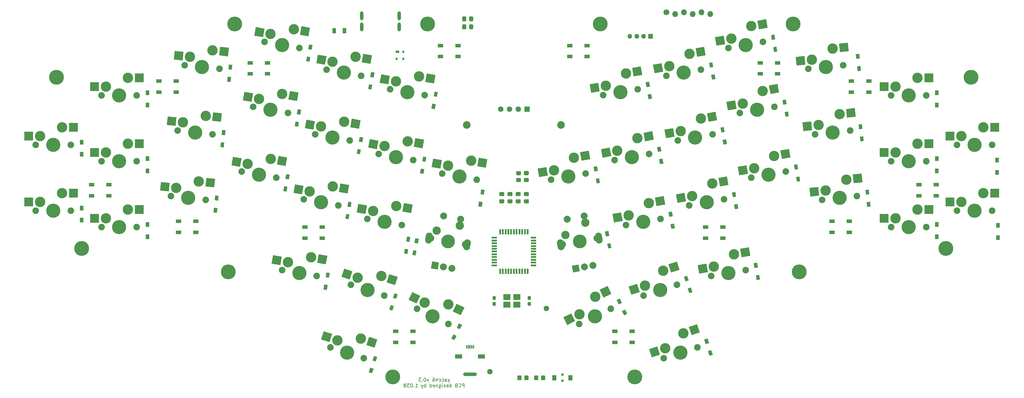
<source format=gbs>
%TF.GenerationSoftware,KiCad,Pcbnew,(5.1.10)-1*%
%TF.CreationDate,2021-05-20T23:11:24+09:00*%
%TF.ProjectId,yacc46,79616363-3436-42e6-9b69-6361645f7063,rev?*%
%TF.SameCoordinates,Original*%
%TF.FileFunction,Soldermask,Bot*%
%TF.FilePolarity,Negative*%
%FSLAX46Y46*%
G04 Gerber Fmt 4.6, Leading zero omitted, Abs format (unit mm)*
G04 Created by KiCad (PCBNEW (5.1.10)-1) date 2021-05-20 23:11:24*
%MOMM*%
%LPD*%
G01*
G04 APERTURE LIST*
%ADD10C,0.150000*%
%ADD11O,1.000000X2.550000*%
%ADD12R,2.000000X1.300000*%
%ADD13R,0.300000X1.100000*%
%ADD14C,1.600000*%
%ADD15R,1.600000X1.600000*%
%ADD16C,0.100000*%
%ADD17C,4.100000*%
%ADD18C,1.900000*%
%ADD19C,3.000000*%
%ADD20C,0.600000*%
%ADD21O,4.000000X1.000000*%
%ADD22R,0.600000X0.700000*%
%ADD23R,1.000000X0.700000*%
%ADD24R,1.000000X1.400000*%
%ADD25R,1.000000X1.600000*%
%ADD26C,4.300000*%
%ADD27C,2.200000*%
%ADD28O,1.700000X1.700000*%
%ADD29C,1.700000*%
%ADD30R,1.350000X1.350000*%
%ADD31O,1.350000X1.350000*%
%ADD32R,1.600000X1.000000*%
%ADD33R,2.550000X2.500000*%
%ADD34C,2.400000*%
%ADD35C,3.987800*%
%ADD36C,2.000000*%
%ADD37R,1.250000X1.600000*%
%ADD38C,0.750000*%
%ADD39R,1.500000X0.550000*%
%ADD40R,0.550000X1.500000*%
%ADD41R,2.100000X1.800000*%
G04 APERTURE END LIST*
D10*
X148402380Y-133610714D02*
X148164285Y-134277380D01*
X147926190Y-133610714D02*
X148164285Y-134277380D01*
X148259523Y-134515476D01*
X148307142Y-134563095D01*
X148402380Y-134610714D01*
X147116666Y-134277380D02*
X147116666Y-133753571D01*
X147164285Y-133658333D01*
X147259523Y-133610714D01*
X147450000Y-133610714D01*
X147545238Y-133658333D01*
X147116666Y-134229761D02*
X147211904Y-134277380D01*
X147450000Y-134277380D01*
X147545238Y-134229761D01*
X147592857Y-134134523D01*
X147592857Y-134039285D01*
X147545238Y-133944047D01*
X147450000Y-133896428D01*
X147211904Y-133896428D01*
X147116666Y-133848809D01*
X146211904Y-134229761D02*
X146307142Y-134277380D01*
X146497619Y-134277380D01*
X146592857Y-134229761D01*
X146640476Y-134182142D01*
X146688095Y-134086904D01*
X146688095Y-133801190D01*
X146640476Y-133705952D01*
X146592857Y-133658333D01*
X146497619Y-133610714D01*
X146307142Y-133610714D01*
X146211904Y-133658333D01*
X145354761Y-134229761D02*
X145450000Y-134277380D01*
X145640476Y-134277380D01*
X145735714Y-134229761D01*
X145783333Y-134182142D01*
X145830952Y-134086904D01*
X145830952Y-133801190D01*
X145783333Y-133705952D01*
X145735714Y-133658333D01*
X145640476Y-133610714D01*
X145450000Y-133610714D01*
X145354761Y-133658333D01*
X144497619Y-133610714D02*
X144497619Y-134277380D01*
X144735714Y-133229761D02*
X144973809Y-133944047D01*
X144354761Y-133944047D01*
X143545238Y-133277380D02*
X143735714Y-133277380D01*
X143830952Y-133325000D01*
X143878571Y-133372619D01*
X143973809Y-133515476D01*
X144021428Y-133705952D01*
X144021428Y-134086904D01*
X143973809Y-134182142D01*
X143926190Y-134229761D01*
X143830952Y-134277380D01*
X143640476Y-134277380D01*
X143545238Y-134229761D01*
X143497619Y-134182142D01*
X143450000Y-134086904D01*
X143450000Y-133848809D01*
X143497619Y-133753571D01*
X143545238Y-133705952D01*
X143640476Y-133658333D01*
X143830952Y-133658333D01*
X143926190Y-133705952D01*
X143973809Y-133753571D01*
X144021428Y-133848809D01*
X142354761Y-133610714D02*
X142116666Y-134277380D01*
X141878571Y-133610714D01*
X141307142Y-133277380D02*
X141211904Y-133277380D01*
X141116666Y-133325000D01*
X141069047Y-133372619D01*
X141021428Y-133467857D01*
X140973809Y-133658333D01*
X140973809Y-133896428D01*
X141021428Y-134086904D01*
X141069047Y-134182142D01*
X141116666Y-134229761D01*
X141211904Y-134277380D01*
X141307142Y-134277380D01*
X141402380Y-134229761D01*
X141450000Y-134182142D01*
X141497619Y-134086904D01*
X141545238Y-133896428D01*
X141545238Y-133658333D01*
X141497619Y-133467857D01*
X141450000Y-133372619D01*
X141402380Y-133325000D01*
X141307142Y-133277380D01*
X140545238Y-134182142D02*
X140497619Y-134229761D01*
X140545238Y-134277380D01*
X140592857Y-134229761D01*
X140545238Y-134182142D01*
X140545238Y-134277380D01*
X140164285Y-133277380D02*
X139545238Y-133277380D01*
X139878571Y-133658333D01*
X139735714Y-133658333D01*
X139640476Y-133705952D01*
X139592857Y-133753571D01*
X139545238Y-133848809D01*
X139545238Y-134086904D01*
X139592857Y-134182142D01*
X139640476Y-134229761D01*
X139735714Y-134277380D01*
X140021428Y-134277380D01*
X140116666Y-134229761D01*
X140164285Y-134182142D01*
X152640476Y-135927380D02*
X152640476Y-134927380D01*
X152259523Y-134927380D01*
X152164285Y-134975000D01*
X152116666Y-135022619D01*
X152069047Y-135117857D01*
X152069047Y-135260714D01*
X152116666Y-135355952D01*
X152164285Y-135403571D01*
X152259523Y-135451190D01*
X152640476Y-135451190D01*
X151069047Y-135832142D02*
X151116666Y-135879761D01*
X151259523Y-135927380D01*
X151354761Y-135927380D01*
X151497619Y-135879761D01*
X151592857Y-135784523D01*
X151640476Y-135689285D01*
X151688095Y-135498809D01*
X151688095Y-135355952D01*
X151640476Y-135165476D01*
X151592857Y-135070238D01*
X151497619Y-134975000D01*
X151354761Y-134927380D01*
X151259523Y-134927380D01*
X151116666Y-134975000D01*
X151069047Y-135022619D01*
X150307142Y-135403571D02*
X150164285Y-135451190D01*
X150116666Y-135498809D01*
X150069047Y-135594047D01*
X150069047Y-135736904D01*
X150116666Y-135832142D01*
X150164285Y-135879761D01*
X150259523Y-135927380D01*
X150640476Y-135927380D01*
X150640476Y-134927380D01*
X150307142Y-134927380D01*
X150211904Y-134975000D01*
X150164285Y-135022619D01*
X150116666Y-135117857D01*
X150116666Y-135213095D01*
X150164285Y-135308333D01*
X150211904Y-135355952D01*
X150307142Y-135403571D01*
X150640476Y-135403571D01*
X148450000Y-135927380D02*
X148450000Y-134927380D01*
X148450000Y-135879761D02*
X148545238Y-135927380D01*
X148735714Y-135927380D01*
X148830952Y-135879761D01*
X148878571Y-135832142D01*
X148926190Y-135736904D01*
X148926190Y-135451190D01*
X148878571Y-135355952D01*
X148830952Y-135308333D01*
X148735714Y-135260714D01*
X148545238Y-135260714D01*
X148450000Y-135308333D01*
X147592857Y-135879761D02*
X147688095Y-135927380D01*
X147878571Y-135927380D01*
X147973809Y-135879761D01*
X148021428Y-135784523D01*
X148021428Y-135403571D01*
X147973809Y-135308333D01*
X147878571Y-135260714D01*
X147688095Y-135260714D01*
X147592857Y-135308333D01*
X147545238Y-135403571D01*
X147545238Y-135498809D01*
X148021428Y-135594047D01*
X147164285Y-135879761D02*
X147069047Y-135927380D01*
X146878571Y-135927380D01*
X146783333Y-135879761D01*
X146735714Y-135784523D01*
X146735714Y-135736904D01*
X146783333Y-135641666D01*
X146878571Y-135594047D01*
X147021428Y-135594047D01*
X147116666Y-135546428D01*
X147164285Y-135451190D01*
X147164285Y-135403571D01*
X147116666Y-135308333D01*
X147021428Y-135260714D01*
X146878571Y-135260714D01*
X146783333Y-135308333D01*
X146307142Y-135927380D02*
X146307142Y-135260714D01*
X146307142Y-134927380D02*
X146354761Y-134975000D01*
X146307142Y-135022619D01*
X146259523Y-134975000D01*
X146307142Y-134927380D01*
X146307142Y-135022619D01*
X145402380Y-135260714D02*
X145402380Y-136070238D01*
X145450000Y-136165476D01*
X145497619Y-136213095D01*
X145592857Y-136260714D01*
X145735714Y-136260714D01*
X145830952Y-136213095D01*
X145402380Y-135879761D02*
X145497619Y-135927380D01*
X145688095Y-135927380D01*
X145783333Y-135879761D01*
X145830952Y-135832142D01*
X145878571Y-135736904D01*
X145878571Y-135451190D01*
X145830952Y-135355952D01*
X145783333Y-135308333D01*
X145688095Y-135260714D01*
X145497619Y-135260714D01*
X145402380Y-135308333D01*
X144926190Y-135260714D02*
X144926190Y-135927380D01*
X144926190Y-135355952D02*
X144878571Y-135308333D01*
X144783333Y-135260714D01*
X144640476Y-135260714D01*
X144545238Y-135308333D01*
X144497619Y-135403571D01*
X144497619Y-135927380D01*
X143640476Y-135879761D02*
X143735714Y-135927380D01*
X143926190Y-135927380D01*
X144021428Y-135879761D01*
X144069047Y-135784523D01*
X144069047Y-135403571D01*
X144021428Y-135308333D01*
X143926190Y-135260714D01*
X143735714Y-135260714D01*
X143640476Y-135308333D01*
X143592857Y-135403571D01*
X143592857Y-135498809D01*
X144069047Y-135594047D01*
X142735714Y-135927380D02*
X142735714Y-134927380D01*
X142735714Y-135879761D02*
X142830952Y-135927380D01*
X143021428Y-135927380D01*
X143116666Y-135879761D01*
X143164285Y-135832142D01*
X143211904Y-135736904D01*
X143211904Y-135451190D01*
X143164285Y-135355952D01*
X143116666Y-135308333D01*
X143021428Y-135260714D01*
X142830952Y-135260714D01*
X142735714Y-135308333D01*
X141497619Y-135927380D02*
X141497619Y-134927380D01*
X141497619Y-135308333D02*
X141402380Y-135260714D01*
X141211904Y-135260714D01*
X141116666Y-135308333D01*
X141069047Y-135355952D01*
X141021428Y-135451190D01*
X141021428Y-135736904D01*
X141069047Y-135832142D01*
X141116666Y-135879761D01*
X141211904Y-135927380D01*
X141402380Y-135927380D01*
X141497619Y-135879761D01*
X140688095Y-135260714D02*
X140450000Y-135927380D01*
X140211904Y-135260714D02*
X140450000Y-135927380D01*
X140545238Y-136165476D01*
X140592857Y-136213095D01*
X140688095Y-136260714D01*
X138545238Y-135927380D02*
X139116666Y-135927380D01*
X138830952Y-135927380D02*
X138830952Y-134927380D01*
X138926190Y-135070238D01*
X139021428Y-135165476D01*
X139116666Y-135213095D01*
X138116666Y-135832142D02*
X138069047Y-135879761D01*
X138116666Y-135927380D01*
X138164285Y-135879761D01*
X138116666Y-135832142D01*
X138116666Y-135927380D01*
X137450000Y-134927380D02*
X137354761Y-134927380D01*
X137259523Y-134975000D01*
X137211904Y-135022619D01*
X137164285Y-135117857D01*
X137116666Y-135308333D01*
X137116666Y-135546428D01*
X137164285Y-135736904D01*
X137211904Y-135832142D01*
X137259523Y-135879761D01*
X137354761Y-135927380D01*
X137450000Y-135927380D01*
X137545238Y-135879761D01*
X137592857Y-135832142D01*
X137640476Y-135736904D01*
X137688095Y-135546428D01*
X137688095Y-135308333D01*
X137640476Y-135117857D01*
X137592857Y-135022619D01*
X137545238Y-134975000D01*
X137450000Y-134927380D01*
X136783333Y-134927380D02*
X136164285Y-134927380D01*
X136497619Y-135308333D01*
X136354761Y-135308333D01*
X136259523Y-135355952D01*
X136211904Y-135403571D01*
X136164285Y-135498809D01*
X136164285Y-135736904D01*
X136211904Y-135832142D01*
X136259523Y-135879761D01*
X136354761Y-135927380D01*
X136640476Y-135927380D01*
X136735714Y-135879761D01*
X136783333Y-135832142D01*
X135592857Y-135355952D02*
X135688095Y-135308333D01*
X135735714Y-135260714D01*
X135783333Y-135165476D01*
X135783333Y-135117857D01*
X135735714Y-135022619D01*
X135688095Y-134975000D01*
X135592857Y-134927380D01*
X135402380Y-134927380D01*
X135307142Y-134975000D01*
X135259523Y-135022619D01*
X135211904Y-135117857D01*
X135211904Y-135165476D01*
X135259523Y-135260714D01*
X135307142Y-135308333D01*
X135402380Y-135355952D01*
X135592857Y-135355952D01*
X135688095Y-135403571D01*
X135735714Y-135451190D01*
X135783333Y-135546428D01*
X135783333Y-135736904D01*
X135735714Y-135832142D01*
X135688095Y-135879761D01*
X135592857Y-135927380D01*
X135402380Y-135927380D01*
X135307142Y-135879761D01*
X135259523Y-135832142D01*
X135211904Y-135736904D01*
X135211904Y-135546428D01*
X135259523Y-135451190D01*
X135307142Y-135403571D01*
X135402380Y-135355952D01*
D11*
%TO.C,J1*%
X123000000Y-31730000D03*
X133800000Y-31730000D03*
X123000000Y-28500000D03*
X133800000Y-28500000D03*
%TD*%
D12*
%TO.C,J3*%
X151050000Y-127050000D03*
X157650000Y-127050000D03*
D13*
X153350000Y-124300000D03*
X153850000Y-124300000D03*
X154350000Y-124300000D03*
X154850000Y-124300000D03*
X155350000Y-124300000D03*
%TD*%
D14*
%TO.C,ST1*%
X160100000Y-131500000D03*
X176400000Y-113200000D03*
%TD*%
%TO.C,J2*%
X163190000Y-55530000D03*
X165730000Y-55530000D03*
X168270000Y-55530000D03*
D15*
X170810000Y-55530000D03*
%TD*%
D16*
%TO.C,SW29*%
G36*
X176383811Y-72287325D02*
G01*
X176817931Y-74749344D01*
X174306671Y-75192147D01*
X173872551Y-72730128D01*
X176383811Y-72287325D01*
G37*
D17*
X182763670Y-75010850D03*
D18*
X187766493Y-74128717D03*
X177760847Y-75892983D03*
D16*
G36*
X188673354Y-67541163D02*
G01*
X189107474Y-70003182D01*
X186596214Y-70445985D01*
X186162094Y-67983966D01*
X188673354Y-67541163D01*
G37*
D19*
X178570486Y-73171038D03*
X184382949Y-69566960D03*
D20*
X187634784Y-68993574D03*
X175345241Y-73739736D03*
%TD*%
D21*
%TO.C,HOLE_ST*%
X154300000Y-132200000D03*
%TD*%
D22*
%TO.C,D47*%
X134975600Y-40912800D03*
X133075600Y-40912800D03*
X134975600Y-38912800D03*
D23*
X133275600Y-38912800D03*
%TD*%
%TO.C,C5*%
G36*
G01*
X161077900Y-111330800D02*
X161552900Y-111330800D01*
G75*
G02*
X161790400Y-111568300I0J-237500D01*
G01*
X161790400Y-112168300D01*
G75*
G02*
X161552900Y-112405800I-237500J0D01*
G01*
X161077900Y-112405800D01*
G75*
G02*
X160840400Y-112168300I0J237500D01*
G01*
X160840400Y-111568300D01*
G75*
G02*
X161077900Y-111330800I237500J0D01*
G01*
G37*
G36*
G01*
X161077900Y-109605800D02*
X161552900Y-109605800D01*
G75*
G02*
X161790400Y-109843300I0J-237500D01*
G01*
X161790400Y-110443300D01*
G75*
G02*
X161552900Y-110680800I-237500J0D01*
G01*
X161077900Y-110680800D01*
G75*
G02*
X160840400Y-110443300I0J237500D01*
G01*
X160840400Y-109843300D01*
G75*
G02*
X161077900Y-109605800I237500J0D01*
G01*
G37*
%TD*%
%TO.C,C1*%
G36*
G01*
X163028700Y-81577600D02*
X163978700Y-81577600D01*
G75*
G02*
X164228700Y-81827600I0J-250000D01*
G01*
X164228700Y-82502600D01*
G75*
G02*
X163978700Y-82752600I-250000J0D01*
G01*
X163028700Y-82752600D01*
G75*
G02*
X162778700Y-82502600I0J250000D01*
G01*
X162778700Y-81827600D01*
G75*
G02*
X163028700Y-81577600I250000J0D01*
G01*
G37*
G36*
G01*
X163028700Y-79502600D02*
X163978700Y-79502600D01*
G75*
G02*
X164228700Y-79752600I0J-250000D01*
G01*
X164228700Y-80427600D01*
G75*
G02*
X163978700Y-80677600I-250000J0D01*
G01*
X163028700Y-80677600D01*
G75*
G02*
X162778700Y-80427600I0J250000D01*
G01*
X162778700Y-79752600D01*
G75*
G02*
X163028700Y-79502600I250000J0D01*
G01*
G37*
%TD*%
%TO.C,C2*%
G36*
G01*
X165406533Y-79502600D02*
X166356533Y-79502600D01*
G75*
G02*
X166606533Y-79752600I0J-250000D01*
G01*
X166606533Y-80427600D01*
G75*
G02*
X166356533Y-80677600I-250000J0D01*
G01*
X165406533Y-80677600D01*
G75*
G02*
X165156533Y-80427600I0J250000D01*
G01*
X165156533Y-79752600D01*
G75*
G02*
X165406533Y-79502600I250000J0D01*
G01*
G37*
G36*
G01*
X165406533Y-81577600D02*
X166356533Y-81577600D01*
G75*
G02*
X166606533Y-81827600I0J-250000D01*
G01*
X166606533Y-82502600D01*
G75*
G02*
X166356533Y-82752600I-250000J0D01*
G01*
X165406533Y-82752600D01*
G75*
G02*
X165156533Y-82502600I0J250000D01*
G01*
X165156533Y-81827600D01*
G75*
G02*
X165406533Y-81577600I250000J0D01*
G01*
G37*
%TD*%
%TO.C,C3*%
G36*
G01*
X168734366Y-82752600D02*
X167784366Y-82752600D01*
G75*
G02*
X167534366Y-82502600I0J250000D01*
G01*
X167534366Y-81827600D01*
G75*
G02*
X167784366Y-81577600I250000J0D01*
G01*
X168734366Y-81577600D01*
G75*
G02*
X168984366Y-81827600I0J-250000D01*
G01*
X168984366Y-82502600D01*
G75*
G02*
X168734366Y-82752600I-250000J0D01*
G01*
G37*
G36*
G01*
X168734366Y-80677600D02*
X167784366Y-80677600D01*
G75*
G02*
X167534366Y-80427600I0J250000D01*
G01*
X167534366Y-79752600D01*
G75*
G02*
X167784366Y-79502600I250000J0D01*
G01*
X168734366Y-79502600D01*
G75*
G02*
X168984366Y-79752600I0J-250000D01*
G01*
X168984366Y-80427600D01*
G75*
G02*
X168734366Y-80677600I-250000J0D01*
G01*
G37*
%TD*%
%TO.C,C4*%
G36*
G01*
X171112200Y-80677600D02*
X170162200Y-80677600D01*
G75*
G02*
X169912200Y-80427600I0J250000D01*
G01*
X169912200Y-79752600D01*
G75*
G02*
X170162200Y-79502600I250000J0D01*
G01*
X171112200Y-79502600D01*
G75*
G02*
X171362200Y-79752600I0J-250000D01*
G01*
X171362200Y-80427600D01*
G75*
G02*
X171112200Y-80677600I-250000J0D01*
G01*
G37*
G36*
G01*
X171112200Y-82752600D02*
X170162200Y-82752600D01*
G75*
G02*
X169912200Y-82502600I0J250000D01*
G01*
X169912200Y-81827600D01*
G75*
G02*
X170162200Y-81577600I250000J0D01*
G01*
X171112200Y-81577600D01*
G75*
G02*
X171362200Y-81827600I0J-250000D01*
G01*
X171362200Y-82502600D01*
G75*
G02*
X171112200Y-82752600I-250000J0D01*
G01*
G37*
%TD*%
%TO.C,C6*%
G36*
G01*
X171712900Y-112405800D02*
X171237900Y-112405800D01*
G75*
G02*
X171000400Y-112168300I0J237500D01*
G01*
X171000400Y-111568300D01*
G75*
G02*
X171237900Y-111330800I237500J0D01*
G01*
X171712900Y-111330800D01*
G75*
G02*
X171950400Y-111568300I0J-237500D01*
G01*
X171950400Y-112168300D01*
G75*
G02*
X171712900Y-112405800I-237500J0D01*
G01*
G37*
G36*
G01*
X171712900Y-110680800D02*
X171237900Y-110680800D01*
G75*
G02*
X171000400Y-110443300I0J237500D01*
G01*
X171000400Y-109843300D01*
G75*
G02*
X171237900Y-109605800I237500J0D01*
G01*
X171712900Y-109605800D01*
G75*
G02*
X171950400Y-109843300I0J-237500D01*
G01*
X171950400Y-110443300D01*
G75*
G02*
X171712900Y-110680800I-237500J0D01*
G01*
G37*
%TD*%
D24*
%TO.C,D1*%
X60991499Y-54302500D03*
X60991499Y-50752500D03*
%TD*%
D16*
%TO.C,D2*%
G36*
X85061604Y-47623761D02*
G01*
X84067082Y-47519232D01*
X84213422Y-46126901D01*
X85207944Y-46231430D01*
X85061604Y-47623761D01*
G37*
G36*
X85432680Y-44093209D02*
G01*
X84438158Y-43988680D01*
X84584498Y-42596349D01*
X85579020Y-42700878D01*
X85432680Y-44093209D01*
G37*
%TD*%
%TO.C,D3*%
G36*
X107880840Y-41830667D02*
G01*
X106896032Y-41657018D01*
X107139140Y-40278287D01*
X108123948Y-40451936D01*
X107880840Y-41830667D01*
G37*
G36*
X108497292Y-38334599D02*
G01*
X107512484Y-38160950D01*
X107755592Y-36782219D01*
X108740400Y-36955868D01*
X108497292Y-38334599D01*
G37*
%TD*%
%TO.C,D4*%
G36*
X126430880Y-46332744D02*
G01*
X125446072Y-46159095D01*
X125689180Y-44780364D01*
X126673988Y-44954013D01*
X126430880Y-46332744D01*
G37*
G36*
X125814428Y-49828812D02*
G01*
X124829620Y-49655163D01*
X125072728Y-48276432D01*
X126057536Y-48450081D01*
X125814428Y-49828812D01*
G37*
%TD*%
%TO.C,D5*%
G36*
X144777968Y-51985815D02*
G01*
X143793160Y-51812166D01*
X144036268Y-50433435D01*
X145021076Y-50607084D01*
X144777968Y-51985815D01*
G37*
G36*
X144161516Y-55481883D02*
G01*
X143176708Y-55308234D01*
X143419816Y-53929503D01*
X144404624Y-54103152D01*
X144161516Y-55481883D01*
G37*
%TD*%
D24*
%TO.C,D6*%
X41941500Y-68590000D03*
X41941500Y-65040000D03*
%TD*%
%TO.C,D7*%
X60991499Y-73352500D03*
X60991499Y-69802500D03*
%TD*%
D16*
%TO.C,D8*%
G36*
X83441412Y-63038851D02*
G01*
X82446890Y-62934322D01*
X82593230Y-61541991D01*
X83587752Y-61646520D01*
X83441412Y-63038851D01*
G37*
G36*
X83070336Y-66569403D02*
G01*
X82075814Y-66464874D01*
X82222154Y-65072543D01*
X83216676Y-65177072D01*
X83070336Y-66569403D01*
G37*
%TD*%
%TO.C,D9*%
G36*
X104572842Y-60591255D02*
G01*
X103588034Y-60417606D01*
X103831142Y-59038875D01*
X104815950Y-59212524D01*
X104572842Y-60591255D01*
G37*
G36*
X105189294Y-57095187D02*
G01*
X104204486Y-56921538D01*
X104447594Y-55542807D01*
X105432402Y-55716456D01*
X105189294Y-57095187D01*
G37*
%TD*%
%TO.C,D10*%
G36*
X123122882Y-65093332D02*
G01*
X122138074Y-64919683D01*
X122381182Y-63540952D01*
X123365990Y-63714601D01*
X123122882Y-65093332D01*
G37*
G36*
X122506430Y-68589400D02*
G01*
X121521622Y-68415751D01*
X121764730Y-67037020D01*
X122749538Y-67210669D01*
X122506430Y-68589400D01*
G37*
%TD*%
%TO.C,D11*%
G36*
X141469970Y-70746403D02*
G01*
X140485162Y-70572754D01*
X140728270Y-69194023D01*
X141713078Y-69367672D01*
X141469970Y-70746403D01*
G37*
G36*
X140853518Y-74242471D02*
G01*
X139868710Y-74068822D01*
X140111818Y-72690091D01*
X141096626Y-72863740D01*
X140853518Y-74242471D01*
G37*
%TD*%
%TO.C,D12*%
G36*
X157691598Y-83774258D02*
G01*
X156706790Y-83600609D01*
X156949898Y-82221878D01*
X157934706Y-82395527D01*
X157691598Y-83774258D01*
G37*
G36*
X158308050Y-80278190D02*
G01*
X157323242Y-80104541D01*
X157566350Y-78725810D01*
X158551158Y-78899459D01*
X158308050Y-80278190D01*
G37*
%TD*%
D24*
%TO.C,D13*%
X41941500Y-87640000D03*
X41941500Y-84090000D03*
%TD*%
%TO.C,D14*%
X60991499Y-88852500D03*
X60991499Y-92402500D03*
%TD*%
D16*
%TO.C,D15*%
G36*
X81079069Y-85515045D02*
G01*
X80084547Y-85410516D01*
X80230887Y-84018185D01*
X81225409Y-84122714D01*
X81079069Y-85515045D01*
G37*
G36*
X81450145Y-81984493D02*
G01*
X80455623Y-81879964D01*
X80601963Y-80487633D01*
X81596485Y-80592162D01*
X81450145Y-81984493D01*
G37*
%TD*%
%TO.C,D16*%
G36*
X101881296Y-75855775D02*
G01*
X100896488Y-75682126D01*
X101139596Y-74303395D01*
X102124404Y-74477044D01*
X101881296Y-75855775D01*
G37*
G36*
X101264844Y-79351843D02*
G01*
X100280036Y-79178194D01*
X100523144Y-77799463D01*
X101507952Y-77973112D01*
X101264844Y-79351843D01*
G37*
%TD*%
%TO.C,D17*%
G36*
X119198432Y-87349987D02*
G01*
X118213624Y-87176338D01*
X118456732Y-85797607D01*
X119441540Y-85971256D01*
X119198432Y-87349987D01*
G37*
G36*
X119814884Y-83853919D02*
G01*
X118830076Y-83680270D01*
X119073184Y-82301539D01*
X120057992Y-82475188D01*
X119814884Y-83853919D01*
G37*
%TD*%
%TO.C,D18*%
G36*
X136820850Y-93926190D02*
G01*
X135836042Y-93752541D01*
X136079150Y-92373810D01*
X137063958Y-92547459D01*
X136820850Y-93926190D01*
G37*
G36*
X136204398Y-97422258D02*
G01*
X135219590Y-97248609D01*
X135462698Y-95869878D01*
X136447506Y-96043527D01*
X136204398Y-97422258D01*
G37*
%TD*%
%TO.C,D19*%
G36*
X138604398Y-97872258D02*
G01*
X137619590Y-97698609D01*
X137862698Y-96319878D01*
X138847506Y-96493527D01*
X138604398Y-97872258D01*
G37*
G36*
X139220850Y-94376190D02*
G01*
X138236042Y-94202541D01*
X138479150Y-92823810D01*
X139463958Y-92997459D01*
X139220850Y-94376190D01*
G37*
%TD*%
%TO.C,D20*%
G36*
X113514611Y-104316620D02*
G01*
X112529803Y-104142971D01*
X112772911Y-102764240D01*
X113757719Y-102937889D01*
X113514611Y-104316620D01*
G37*
G36*
X112898159Y-107812688D02*
G01*
X111913351Y-107639039D01*
X112156459Y-106260308D01*
X113141267Y-106433957D01*
X112898159Y-107812688D01*
G37*
%TD*%
%TO.C,D21*%
G36*
X131869329Y-113792429D02*
G01*
X130918273Y-113483412D01*
X131350897Y-112151933D01*
X132301953Y-112460950D01*
X131869329Y-113792429D01*
G37*
G36*
X132966339Y-110416179D02*
G01*
X132015283Y-110107162D01*
X132447907Y-108775683D01*
X133398963Y-109084700D01*
X132966339Y-110416179D01*
G37*
%TD*%
%TO.C,D22*%
G36*
X151379871Y-119163534D02*
G01*
X150481077Y-118725163D01*
X151094797Y-117466852D01*
X151993591Y-117905223D01*
X151379871Y-119163534D01*
G37*
G36*
X149823653Y-122354252D02*
G01*
X148924859Y-121915881D01*
X149538579Y-120657570D01*
X150437373Y-121095941D01*
X149823653Y-122354252D01*
G37*
%TD*%
%TO.C,D23*%
G36*
X125982555Y-131910055D02*
G01*
X125031499Y-131601038D01*
X125464123Y-130269559D01*
X126415179Y-130578576D01*
X125982555Y-131910055D01*
G37*
G36*
X127079565Y-128533805D02*
G01*
X126128509Y-128224788D01*
X126561133Y-126893309D01*
X127512189Y-127202326D01*
X127079565Y-128533805D01*
G37*
%TD*%
%TO.C,D24*%
G36*
X206957396Y-52463356D02*
G01*
X205972588Y-52637005D01*
X205729480Y-51258274D01*
X206714288Y-51084625D01*
X206957396Y-52463356D01*
G37*
G36*
X206340944Y-48967288D02*
G01*
X205356136Y-49140937D01*
X205113028Y-47762206D01*
X206097836Y-47588557D01*
X206340944Y-48967288D01*
G37*
%TD*%
%TO.C,D25*%
G36*
X224688032Y-43314217D02*
G01*
X223703224Y-43487866D01*
X223460116Y-42109135D01*
X224444924Y-41935486D01*
X224688032Y-43314217D01*
G37*
G36*
X225304484Y-46810285D02*
G01*
X224319676Y-46983934D01*
X224076568Y-45605203D01*
X225061376Y-45431554D01*
X225304484Y-46810285D01*
G37*
%TD*%
%TO.C,D26*%
G36*
X243238072Y-38812140D02*
G01*
X242253264Y-38985789D01*
X242010156Y-37607058D01*
X242994964Y-37433409D01*
X243238072Y-38812140D01*
G37*
G36*
X242621620Y-35316072D02*
G01*
X241636812Y-35489721D01*
X241393704Y-34110990D01*
X242378512Y-33937341D01*
X242621620Y-35316072D01*
G37*
%TD*%
%TO.C,D27*%
G36*
X267067231Y-40877501D02*
G01*
X266072709Y-40982030D01*
X265926369Y-39589699D01*
X266920891Y-39485170D01*
X267067231Y-40877501D01*
G37*
G36*
X267438307Y-44408053D02*
G01*
X266443785Y-44512582D01*
X266297445Y-43120251D01*
X267291967Y-43015722D01*
X267438307Y-44408053D01*
G37*
%TD*%
D24*
%TO.C,D28*%
X289391500Y-54302500D03*
X289391500Y-50752500D03*
%TD*%
D16*
%TO.C,D29*%
G36*
X191301854Y-73380947D02*
G01*
X190317046Y-73554596D01*
X190073938Y-72175865D01*
X191058746Y-72002216D01*
X191301854Y-73380947D01*
G37*
G36*
X191918306Y-76877015D02*
G01*
X190933498Y-77050664D01*
X190690390Y-75671933D01*
X191675198Y-75498284D01*
X191918306Y-76877015D01*
G37*
%TD*%
%TO.C,D30*%
G36*
X210265394Y-71223944D02*
G01*
X209280586Y-71397593D01*
X209037478Y-70018862D01*
X210022286Y-69845213D01*
X210265394Y-71223944D01*
G37*
G36*
X209648942Y-67727876D02*
G01*
X208664134Y-67901525D01*
X208421026Y-66522794D01*
X209405834Y-66349145D01*
X209648942Y-67727876D01*
G37*
%TD*%
%TO.C,D31*%
G36*
X227996030Y-62074805D02*
G01*
X227011222Y-62248454D01*
X226768114Y-60869723D01*
X227752922Y-60696074D01*
X227996030Y-62074805D01*
G37*
G36*
X228612482Y-65570873D02*
G01*
X227627674Y-65744522D01*
X227384566Y-64365791D01*
X228369374Y-64192142D01*
X228612482Y-65570873D01*
G37*
%TD*%
%TO.C,D32*%
G36*
X246546070Y-57572728D02*
G01*
X245561262Y-57746377D01*
X245318154Y-56367646D01*
X246302962Y-56193997D01*
X246546070Y-57572728D01*
G37*
G36*
X245929618Y-54076660D02*
G01*
X244944810Y-54250309D01*
X244701702Y-52871578D01*
X245686510Y-52697929D01*
X245929618Y-54076660D01*
G37*
%TD*%
%TO.C,D33*%
G36*
X267846361Y-61221832D02*
G01*
X266851839Y-61326361D01*
X266705499Y-59934030D01*
X267700021Y-59829501D01*
X267846361Y-61221832D01*
G37*
G36*
X268217437Y-64752384D02*
G01*
X267222915Y-64856913D01*
X267076575Y-63464582D01*
X268071097Y-63360053D01*
X268217437Y-64752384D01*
G37*
%TD*%
D24*
%TO.C,D34*%
X289391500Y-73352500D03*
X289391500Y-69802500D03*
%TD*%
%TO.C,D35*%
X306832000Y-70262400D03*
X306832000Y-73812400D03*
%TD*%
D16*
%TO.C,D36*%
G36*
X194609852Y-92141535D02*
G01*
X193625044Y-92315184D01*
X193381936Y-90936453D01*
X194366744Y-90762804D01*
X194609852Y-92141535D01*
G37*
G36*
X195226304Y-95637603D02*
G01*
X194241496Y-95811252D01*
X193998388Y-94432521D01*
X194983196Y-94258872D01*
X195226304Y-95637603D01*
G37*
%TD*%
%TO.C,D37*%
G36*
X213573392Y-89984532D02*
G01*
X212588584Y-90158181D01*
X212345476Y-88779450D01*
X213330284Y-88605801D01*
X213573392Y-89984532D01*
G37*
G36*
X212956940Y-86488464D02*
G01*
X211972132Y-86662113D01*
X211729024Y-85283382D01*
X212713832Y-85109733D01*
X212956940Y-86488464D01*
G37*
%TD*%
%TO.C,D38*%
G36*
X231304028Y-80835392D02*
G01*
X230319220Y-81009041D01*
X230076112Y-79630310D01*
X231060920Y-79456661D01*
X231304028Y-80835392D01*
G37*
G36*
X231920480Y-84331460D02*
G01*
X230935672Y-84505109D01*
X230692564Y-83126378D01*
X231677372Y-82952729D01*
X231920480Y-84331460D01*
G37*
%TD*%
%TO.C,D39*%
G36*
X249854068Y-76333316D02*
G01*
X248869260Y-76506965D01*
X248626152Y-75128234D01*
X249610960Y-74954585D01*
X249854068Y-76333316D01*
G37*
G36*
X249237616Y-72837248D02*
G01*
X248252808Y-73010897D01*
X248009700Y-71632166D01*
X248994508Y-71458517D01*
X249237616Y-72837248D01*
G37*
%TD*%
%TO.C,D40*%
G36*
X269837628Y-80167474D02*
G01*
X268843106Y-80272003D01*
X268696766Y-78879672D01*
X269691288Y-78775143D01*
X269837628Y-80167474D01*
G37*
G36*
X270208704Y-83698026D02*
G01*
X269214182Y-83802555D01*
X269067842Y-82410224D01*
X270062364Y-82305695D01*
X270208704Y-83698026D01*
G37*
%TD*%
D24*
%TO.C,D41*%
X289391500Y-92402500D03*
X289391500Y-88852500D03*
%TD*%
%TO.C,D42*%
X307035200Y-89160000D03*
X307035200Y-92710000D03*
%TD*%
D16*
%TO.C,D43*%
G36*
X198243864Y-111543329D02*
G01*
X197345070Y-111981700D01*
X196731350Y-110723389D01*
X197630144Y-110285018D01*
X198243864Y-111543329D01*
G37*
G36*
X199800082Y-114734047D02*
G01*
X198901288Y-115172418D01*
X198287568Y-113914107D01*
X199186362Y-113475736D01*
X199800082Y-114734047D01*
G37*
%TD*%
%TO.C,D44*%
G36*
X218662885Y-108420786D02*
G01*
X217711829Y-108729803D01*
X217279205Y-107398324D01*
X218230261Y-107089307D01*
X218662885Y-108420786D01*
G37*
G36*
X217565875Y-105044536D02*
G01*
X216614819Y-105353553D01*
X216182195Y-104022074D01*
X217133251Y-103713057D01*
X217565875Y-105044536D01*
G37*
%TD*%
%TO.C,D45*%
G36*
X237604301Y-101298093D02*
G01*
X236619493Y-101471742D01*
X236376385Y-100093011D01*
X237361193Y-99919362D01*
X237604301Y-101298093D01*
G37*
G36*
X238220753Y-104794161D02*
G01*
X237235945Y-104967810D01*
X236992837Y-103589079D01*
X237977645Y-103415430D01*
X238220753Y-104794161D01*
G37*
%TD*%
%TO.C,D46*%
G36*
X223452649Y-123162162D02*
G01*
X222501593Y-123471179D01*
X222068969Y-122139700D01*
X223020025Y-121830683D01*
X223452649Y-123162162D01*
G37*
G36*
X224549659Y-126538412D02*
G01*
X223598603Y-126847429D01*
X223165979Y-125515950D01*
X224117035Y-125206933D01*
X224549659Y-126538412D01*
G37*
%TD*%
D25*
%TO.C,F1*%
X115000000Y-32850000D03*
X118000000Y-32850000D03*
%TD*%
D26*
%TO.C,H1*%
X132000000Y-132949999D03*
%TD*%
%TO.C,H2*%
X84400000Y-102550000D03*
%TD*%
%TO.C,H3*%
X42000000Y-95800000D03*
%TD*%
%TO.C,H4*%
X34700000Y-46250000D03*
%TD*%
%TO.C,H5*%
X86250000Y-30850000D03*
%TD*%
%TO.C,H6*%
X142000000Y-30900000D03*
%TD*%
%TO.C,H7*%
X192000000Y-30900000D03*
%TD*%
%TO.C,H8*%
X247750000Y-30850000D03*
%TD*%
%TO.C,H9*%
X299300000Y-46250000D03*
%TD*%
%TO.C,H10*%
X292000000Y-95800000D03*
%TD*%
%TO.C,H11*%
X249600000Y-102550000D03*
%TD*%
%TO.C,H12*%
X202000000Y-132949998D03*
%TD*%
D27*
%TO.C,H13*%
X153400000Y-60100000D03*
%TD*%
%TO.C,H14*%
X180600000Y-60100000D03*
%TD*%
D28*
%TO.C,J4*%
X223824800Y-27965400D03*
X221284800Y-27508200D03*
X218744800Y-27965400D03*
X216204800Y-27508200D03*
X213664800Y-27965400D03*
D29*
X211124800Y-27508200D03*
%TD*%
D30*
%TO.C,J5*%
X206552800Y-34391600D03*
D31*
X204552800Y-34391600D03*
X202552800Y-34391600D03*
X200552800Y-34391600D03*
%TD*%
D32*
%TO.C,LED1*%
X137810000Y-119810000D03*
X137810000Y-123010000D03*
X132810000Y-119810000D03*
X132810000Y-123010000D03*
%TD*%
%TO.C,LED2*%
X106570000Y-92860000D03*
X106570000Y-89660000D03*
X111570000Y-92860000D03*
X111570000Y-89660000D03*
%TD*%
%TO.C,LED3*%
X74970000Y-87940000D03*
X74970000Y-91140000D03*
X69970000Y-87940000D03*
X69970000Y-91140000D03*
%TD*%
%TO.C,LED4*%
X44820000Y-80550000D03*
X44820000Y-77350000D03*
X49820000Y-80550000D03*
X49820000Y-77350000D03*
%TD*%
%TO.C,LED5*%
X69330000Y-47370000D03*
X69330000Y-50570000D03*
X64330000Y-47370000D03*
X64330000Y-50570000D03*
%TD*%
%TO.C,LED6*%
X90700000Y-45300000D03*
X90700000Y-42100000D03*
X95700000Y-45300000D03*
X95700000Y-42100000D03*
%TD*%
%TO.C,LED7*%
X150800000Y-37100000D03*
X150800000Y-40300000D03*
X145800000Y-37100000D03*
X145800000Y-40300000D03*
%TD*%
%TO.C,LED8*%
X183200000Y-40300000D03*
X183200000Y-37100000D03*
X188200000Y-40300000D03*
X188200000Y-37100000D03*
%TD*%
%TO.C,LED9*%
X243300000Y-42100000D03*
X243300000Y-45300000D03*
X238300000Y-42100000D03*
X238300000Y-45300000D03*
%TD*%
%TO.C,LED10*%
X264670000Y-50570000D03*
X264670000Y-47370000D03*
X269670000Y-50570000D03*
X269670000Y-47370000D03*
%TD*%
%TO.C,LED11*%
X284180000Y-80550000D03*
X284180000Y-77350000D03*
X289180000Y-80550000D03*
X289180000Y-77350000D03*
%TD*%
%TO.C,LED12*%
X264029999Y-87940000D03*
X264029999Y-91140000D03*
X259029999Y-87940000D03*
X259029999Y-91140000D03*
%TD*%
%TO.C,LED13*%
X222430000Y-92860000D03*
X222430000Y-89660000D03*
X227430000Y-92860000D03*
X227430000Y-89660000D03*
%TD*%
%TO.C,LED14*%
X201190000Y-119810000D03*
X201190000Y-123010000D03*
X196190000Y-119810000D03*
X196190000Y-123010000D03*
%TD*%
%TO.C,R1*%
G36*
G01*
X152050000Y-29850001D02*
X152050000Y-28949999D01*
G75*
G02*
X152299999Y-28700000I249999J0D01*
G01*
X153000001Y-28700000D01*
G75*
G02*
X153250000Y-28949999I0J-249999D01*
G01*
X153250000Y-29850001D01*
G75*
G02*
X153000001Y-30100000I-249999J0D01*
G01*
X152299999Y-30100000D01*
G75*
G02*
X152050000Y-29850001I0J249999D01*
G01*
G37*
G36*
G01*
X154050000Y-29850001D02*
X154050000Y-28949999D01*
G75*
G02*
X154299999Y-28700000I249999J0D01*
G01*
X155000001Y-28700000D01*
G75*
G02*
X155250000Y-28949999I0J-249999D01*
G01*
X155250000Y-29850001D01*
G75*
G02*
X155000001Y-30100000I-249999J0D01*
G01*
X154299999Y-30100000D01*
G75*
G02*
X154050000Y-29850001I0J249999D01*
G01*
G37*
%TD*%
%TO.C,R2*%
G36*
G01*
X153250000Y-31249999D02*
X153250000Y-32150001D01*
G75*
G02*
X153000001Y-32400000I-249999J0D01*
G01*
X152299999Y-32400000D01*
G75*
G02*
X152050000Y-32150001I0J249999D01*
G01*
X152050000Y-31249999D01*
G75*
G02*
X152299999Y-31000000I249999J0D01*
G01*
X153000001Y-31000000D01*
G75*
G02*
X153250000Y-31249999I0J-249999D01*
G01*
G37*
G36*
G01*
X155250000Y-31249999D02*
X155250000Y-32150001D01*
G75*
G02*
X155000001Y-32400000I-249999J0D01*
G01*
X154299999Y-32400000D01*
G75*
G02*
X154050000Y-32150001I0J249999D01*
G01*
X154050000Y-31249999D01*
G75*
G02*
X154299999Y-31000000I249999J0D01*
G01*
X155000001Y-31000000D01*
G75*
G02*
X155250000Y-31249999I0J-249999D01*
G01*
G37*
%TD*%
%TO.C,R3*%
G36*
G01*
X168801201Y-74631600D02*
X167901199Y-74631600D01*
G75*
G02*
X167651200Y-74381601I0J249999D01*
G01*
X167651200Y-73681599D01*
G75*
G02*
X167901199Y-73431600I249999J0D01*
G01*
X168801201Y-73431600D01*
G75*
G02*
X169051200Y-73681599I0J-249999D01*
G01*
X169051200Y-74381601D01*
G75*
G02*
X168801201Y-74631600I-249999J0D01*
G01*
G37*
G36*
G01*
X168801201Y-76631600D02*
X167901199Y-76631600D01*
G75*
G02*
X167651200Y-76381601I0J249999D01*
G01*
X167651200Y-75681599D01*
G75*
G02*
X167901199Y-75431600I249999J0D01*
G01*
X168801201Y-75431600D01*
G75*
G02*
X169051200Y-75681599I0J-249999D01*
G01*
X169051200Y-76381601D01*
G75*
G02*
X168801201Y-76631600I-249999J0D01*
G01*
G37*
%TD*%
%TO.C,R4*%
G36*
G01*
X171036401Y-76615600D02*
X170136399Y-76615600D01*
G75*
G02*
X169886400Y-76365601I0J249999D01*
G01*
X169886400Y-75665599D01*
G75*
G02*
X170136399Y-75415600I249999J0D01*
G01*
X171036401Y-75415600D01*
G75*
G02*
X171286400Y-75665599I0J-249999D01*
G01*
X171286400Y-76365601D01*
G75*
G02*
X171036401Y-76615600I-249999J0D01*
G01*
G37*
G36*
G01*
X171036401Y-74615600D02*
X170136399Y-74615600D01*
G75*
G02*
X169886400Y-74365601I0J249999D01*
G01*
X169886400Y-73665599D01*
G75*
G02*
X170136399Y-73415600I249999J0D01*
G01*
X171036401Y-73415600D01*
G75*
G02*
X171286400Y-73665599I0J-249999D01*
G01*
X171286400Y-74365601D01*
G75*
G02*
X171036401Y-74615600I-249999J0D01*
G01*
G37*
%TD*%
%TO.C,R5*%
G36*
G01*
X174863200Y-133698401D02*
X174863200Y-132798399D01*
G75*
G02*
X175113199Y-132548400I249999J0D01*
G01*
X175813201Y-132548400D01*
G75*
G02*
X176063200Y-132798399I0J-249999D01*
G01*
X176063200Y-133698401D01*
G75*
G02*
X175813201Y-133948400I-249999J0D01*
G01*
X175113199Y-133948400D01*
G75*
G02*
X174863200Y-133698401I0J249999D01*
G01*
G37*
G36*
G01*
X172863200Y-133698401D02*
X172863200Y-132798399D01*
G75*
G02*
X173113199Y-132548400I249999J0D01*
G01*
X173813201Y-132548400D01*
G75*
G02*
X174063200Y-132798399I0J-249999D01*
G01*
X174063200Y-133698401D01*
G75*
G02*
X173813201Y-133948400I-249999J0D01*
G01*
X173113199Y-133948400D01*
G75*
G02*
X172863200Y-133698401I0J249999D01*
G01*
G37*
%TD*%
%TO.C,R6*%
G36*
G01*
X171221200Y-132798399D02*
X171221200Y-133698401D01*
G75*
G02*
X170971201Y-133948400I-249999J0D01*
G01*
X170271199Y-133948400D01*
G75*
G02*
X170021200Y-133698401I0J249999D01*
G01*
X170021200Y-132798399D01*
G75*
G02*
X170271199Y-132548400I249999J0D01*
G01*
X170971201Y-132548400D01*
G75*
G02*
X171221200Y-132798399I0J-249999D01*
G01*
G37*
G36*
G01*
X169221200Y-132798399D02*
X169221200Y-133698401D01*
G75*
G02*
X168971201Y-133948400I-249999J0D01*
G01*
X168271199Y-133948400D01*
G75*
G02*
X168021200Y-133698401I0J249999D01*
G01*
X168021200Y-132798399D01*
G75*
G02*
X168271199Y-132548400I249999J0D01*
G01*
X168971201Y-132548400D01*
G75*
G02*
X169221200Y-132798399I0J-249999D01*
G01*
G37*
%TD*%
D33*
%TO.C,SW1*%
X45715000Y-49035000D03*
D17*
X52800000Y-51575000D03*
D18*
X57880000Y-51575000D03*
X47720000Y-51575000D03*
D33*
X58642000Y-46495000D03*
D19*
X48990000Y-49035000D03*
X55340000Y-46495000D03*
D20*
X58642000Y-46495000D03*
X45715000Y-49035000D03*
%TD*%
%TO.C,SW2*%
X69995304Y-40039858D03*
X83116991Y-38865012D03*
D19*
X79833079Y-38519859D03*
X73252363Y-40382189D03*
D16*
G36*
X84515667Y-37755133D02*
G01*
X84254346Y-40241438D01*
X81718315Y-39974891D01*
X81979636Y-37488586D01*
X84515667Y-37755133D01*
G37*
D18*
X71723818Y-42775523D03*
X81828160Y-43837533D03*
D17*
X76775989Y-43306528D03*
D16*
G36*
X71393980Y-38929979D02*
G01*
X71132659Y-41416284D01*
X68596628Y-41149737D01*
X68857949Y-38663432D01*
X71393980Y-38929979D01*
G37*
%TD*%
D20*
%TO.C,SW3*%
X93380267Y-33214266D03*
X106551944Y-32957604D03*
D19*
X103300108Y-32384218D03*
X96605513Y-33782964D03*
D16*
G36*
X108024634Y-31947996D02*
G01*
X107590514Y-34410015D01*
X105079254Y-33967212D01*
X105513374Y-31505193D01*
X108024634Y-31947996D01*
G37*
D18*
X94913741Y-36063842D03*
X104919387Y-37828108D03*
D17*
X99916564Y-36945975D03*
D16*
G36*
X94852957Y-32204658D02*
G01*
X94418837Y-34666677D01*
X91907577Y-34223874D01*
X92341697Y-31761855D01*
X94852957Y-32204658D01*
G37*
%TD*%
%TO.C,SW4*%
G36*
X112786545Y-40202803D02*
G01*
X112352425Y-42664822D01*
X109841165Y-42222019D01*
X110275285Y-39760000D01*
X112786545Y-40202803D01*
G37*
D17*
X117850152Y-44944120D03*
D18*
X122852975Y-45826253D03*
X112847329Y-44061987D03*
D16*
G36*
X125958222Y-39946141D02*
G01*
X125524102Y-42408160D01*
X123012842Y-41965357D01*
X123446962Y-39503338D01*
X125958222Y-39946141D01*
G37*
D19*
X114539101Y-41781109D03*
X121233696Y-40382363D03*
D20*
X124485532Y-40955749D03*
X111313855Y-41212411D03*
%TD*%
%TO.C,SW5*%
X129660943Y-46865482D03*
X142832620Y-46608820D03*
D19*
X139580784Y-46035434D03*
X132886189Y-47434180D03*
D16*
G36*
X144305310Y-45599212D02*
G01*
X143871190Y-48061231D01*
X141359930Y-47618428D01*
X141794050Y-45156409D01*
X144305310Y-45599212D01*
G37*
D18*
X131194417Y-49715058D03*
X141200063Y-51479324D03*
D17*
X136197240Y-50597191D03*
D16*
G36*
X131133633Y-45855874D02*
G01*
X130699513Y-48317893D01*
X128188253Y-47875090D01*
X128622373Y-45413071D01*
X131133633Y-45855874D01*
G37*
%TD*%
D33*
%TO.C,SW6*%
X26665000Y-63322500D03*
D17*
X33750000Y-65862500D03*
D18*
X38830000Y-65862500D03*
X28670000Y-65862500D03*
D33*
X39592000Y-60782500D03*
D19*
X29940000Y-63322500D03*
X36290000Y-60782500D03*
D20*
X39592000Y-60782500D03*
X26665000Y-63322500D03*
%TD*%
%TO.C,SW7*%
X45715000Y-68085000D03*
X58642000Y-65545000D03*
D19*
X55340000Y-65545000D03*
X48990000Y-68085000D03*
D33*
X58642000Y-65545000D03*
D18*
X47720000Y-70625000D03*
X57880000Y-70625000D03*
D17*
X52800000Y-70625000D03*
D33*
X45715000Y-68085000D03*
%TD*%
D20*
%TO.C,SW8*%
X68004036Y-58985500D03*
X81125723Y-57810654D03*
D19*
X77841811Y-57465501D03*
X71261095Y-59327831D03*
D16*
G36*
X82524399Y-56700775D02*
G01*
X82263078Y-59187080D01*
X79727047Y-58920533D01*
X79988368Y-56434228D01*
X82524399Y-56700775D01*
G37*
D18*
X69732550Y-61721165D03*
X79836892Y-62783175D03*
D17*
X74784721Y-62252170D03*
D16*
G36*
X69402712Y-57875621D02*
G01*
X69141391Y-60361926D01*
X66605360Y-60095379D01*
X66866681Y-57609074D01*
X69402712Y-57875621D01*
G37*
%TD*%
%TO.C,SW9*%
G36*
X91544959Y-50965246D02*
G01*
X91110839Y-53427265D01*
X88599579Y-52984462D01*
X89033699Y-50522443D01*
X91544959Y-50965246D01*
G37*
D17*
X96608566Y-55706563D03*
D18*
X101611389Y-56588696D03*
X91605743Y-54824430D03*
D16*
G36*
X104716636Y-50708584D02*
G01*
X104282516Y-53170603D01*
X101771256Y-52727800D01*
X102205376Y-50265781D01*
X104716636Y-50708584D01*
G37*
D19*
X93297515Y-52543552D03*
X99992110Y-51144806D03*
D20*
X103243946Y-51718192D03*
X90072269Y-51974854D03*
%TD*%
%TO.C,SW10*%
X108005857Y-59972999D03*
X121177534Y-59716337D03*
D19*
X117925698Y-59142951D03*
X111231103Y-60541697D03*
D16*
G36*
X122650224Y-58706729D02*
G01*
X122216104Y-61168748D01*
X119704844Y-60725945D01*
X120138964Y-58263926D01*
X122650224Y-58706729D01*
G37*
D18*
X109539331Y-62822575D03*
X119544977Y-64586841D03*
D17*
X114542154Y-63704708D03*
D16*
G36*
X109478547Y-58963391D02*
G01*
X109044427Y-61425410D01*
X106533167Y-60982607D01*
X106967287Y-58520588D01*
X109478547Y-58963391D01*
G37*
%TD*%
D20*
%TO.C,SW11*%
X126352945Y-65626070D03*
X139524622Y-65369408D03*
D19*
X136272786Y-64796022D03*
X129578191Y-66194768D03*
D16*
G36*
X140997312Y-64359800D02*
G01*
X140563192Y-66821819D01*
X138051932Y-66379016D01*
X138486052Y-63916997D01*
X140997312Y-64359800D01*
G37*
D18*
X127886419Y-68475646D03*
X137892065Y-70239912D03*
D17*
X132889242Y-69357779D03*
D16*
G36*
X127825635Y-64616462D02*
G01*
X127391515Y-67078481D01*
X124880255Y-66635678D01*
X125314375Y-64173659D01*
X127825635Y-64616462D01*
G37*
%TD*%
%TO.C,SW12*%
G36*
X146172723Y-70269533D02*
G01*
X145738603Y-72731552D01*
X143227343Y-72288749D01*
X143661463Y-69826730D01*
X146172723Y-70269533D01*
G37*
D17*
X151236330Y-75010850D03*
D18*
X156239153Y-75892983D03*
X146233507Y-74128717D03*
D16*
G36*
X159344400Y-70012871D02*
G01*
X158910280Y-72474890D01*
X156399020Y-72032087D01*
X156833140Y-69570068D01*
X159344400Y-70012871D01*
G37*
D19*
X147925279Y-71847839D03*
X154619874Y-70449093D03*
D20*
X157871710Y-71022479D03*
X144700033Y-71279141D03*
%TD*%
D33*
%TO.C,SW13*%
X26665000Y-82372500D03*
D17*
X33750000Y-84912500D03*
D18*
X38830000Y-84912500D03*
X28670000Y-84912500D03*
D33*
X39592000Y-79832500D03*
D19*
X29940000Y-82372500D03*
X36290000Y-79832500D03*
D20*
X39592000Y-79832500D03*
X26665000Y-82372500D03*
%TD*%
D33*
%TO.C,SW14*%
X45715000Y-87135000D03*
D17*
X52800000Y-89675000D03*
D18*
X57880000Y-89675000D03*
X47720000Y-89675000D03*
D33*
X58642000Y-84595000D03*
D19*
X48990000Y-87135000D03*
X55340000Y-84595000D03*
D20*
X58642000Y-84595000D03*
X45715000Y-87135000D03*
%TD*%
D16*
%TO.C,SW15*%
G36*
X67411445Y-76821263D02*
G01*
X67150124Y-79307568D01*
X64614093Y-79041021D01*
X64875414Y-76554716D01*
X67411445Y-76821263D01*
G37*
D17*
X72793454Y-81197812D03*
D18*
X77845625Y-81728817D03*
X67741283Y-80666807D03*
D16*
G36*
X80533132Y-75646417D02*
G01*
X80271811Y-78132722D01*
X77735780Y-77866175D01*
X77997101Y-75379870D01*
X80533132Y-75646417D01*
G37*
D19*
X69269828Y-78273473D03*
X75850544Y-76411143D03*
D20*
X79134456Y-76756296D03*
X66012769Y-77931142D03*
%TD*%
%TO.C,SW16*%
X86764271Y-70735442D03*
X99935948Y-70478780D03*
D19*
X96684112Y-69905394D03*
X89989517Y-71304140D03*
D16*
G36*
X101408638Y-69469172D02*
G01*
X100974518Y-71931191D01*
X98463258Y-71488388D01*
X98897378Y-69026369D01*
X101408638Y-69469172D01*
G37*
D18*
X88297745Y-73585018D03*
X98303391Y-75349284D03*
D17*
X93300568Y-74467151D03*
D16*
G36*
X88236961Y-69725834D02*
G01*
X87802841Y-72187853D01*
X85291581Y-71745050D01*
X85725701Y-69283031D01*
X88236961Y-69725834D01*
G37*
%TD*%
%TO.C,SW17*%
G36*
X106170549Y-77723978D02*
G01*
X105736429Y-80185997D01*
X103225169Y-79743194D01*
X103659289Y-77281175D01*
X106170549Y-77723978D01*
G37*
D17*
X111234156Y-82465295D03*
D18*
X116236979Y-83347428D03*
X106231333Y-81583162D03*
D16*
G36*
X119342226Y-77467316D02*
G01*
X118908106Y-79929335D01*
X116396846Y-79486532D01*
X116830966Y-77024513D01*
X119342226Y-77467316D01*
G37*
D19*
X107923105Y-79302284D03*
X114617700Y-77903538D03*
D20*
X117869536Y-78476924D03*
X104697859Y-78733586D03*
%TD*%
D16*
%TO.C,SW18*%
G36*
X124517637Y-83377050D02*
G01*
X124083517Y-85839069D01*
X121572257Y-85396266D01*
X122006377Y-82934247D01*
X124517637Y-83377050D01*
G37*
D17*
X129581244Y-88118367D03*
D18*
X134584067Y-89000500D03*
X124578421Y-87236234D03*
D16*
G36*
X137689314Y-83120388D02*
G01*
X137255194Y-85582407D01*
X134743934Y-85139604D01*
X135178054Y-82677585D01*
X137689314Y-83120388D01*
G37*
D19*
X126270193Y-84955356D03*
X132964788Y-83556610D03*
D20*
X136216624Y-84129996D03*
X123044947Y-84386658D03*
%TD*%
D34*
%TO.C,SW19*%
X151311876Y-89209681D03*
D35*
X147928332Y-93771438D03*
D34*
X144617281Y-90608427D03*
D36*
X142925509Y-92889305D03*
X152931155Y-94653571D03*
D16*
G36*
X144975111Y-101881832D02*
G01*
X143005495Y-101534536D01*
X143352791Y-99564920D01*
X145322407Y-99912216D01*
X144975111Y-101881832D01*
G37*
D36*
X146625971Y-101157496D03*
X149087990Y-101591617D03*
G36*
G01*
X142135572Y-94374701D02*
X142135572Y-94374701D01*
G75*
G02*
X141324412Y-93216245I173648J984808D01*
G01*
X141532790Y-92034475D01*
G75*
G02*
X142691246Y-91223315I984808J-173648D01*
G01*
X142691246Y-91223315D01*
G75*
G02*
X143502406Y-92381771I-173648J-984808D01*
G01*
X143294028Y-93563541D01*
G75*
G02*
X142135572Y-94374701I-984808J173648D01*
G01*
G37*
G36*
G01*
X153165418Y-96319561D02*
X153165418Y-96319561D01*
G75*
G02*
X152354258Y-95161105I173648J984808D01*
G01*
X152562636Y-93979335D01*
G75*
G02*
X153721092Y-93168175I984808J-173648D01*
G01*
X153721092Y-93168175D01*
G75*
G02*
X154532252Y-94326631I-173648J-984808D01*
G01*
X154323874Y-95508401D01*
G75*
G02*
X153165418Y-96319561I-984808J173648D01*
G01*
G37*
X146681850Y-86443663D03*
X151605889Y-87311904D03*
%TD*%
D20*
%TO.C,SW20*%
X98397586Y-99196287D03*
X111569263Y-98939625D03*
D19*
X108317427Y-98366239D03*
X101622832Y-99764985D03*
D16*
G36*
X113041953Y-97930017D02*
G01*
X112607833Y-100392036D01*
X110096573Y-99949233D01*
X110530693Y-97487214D01*
X113041953Y-97930017D01*
G37*
D18*
X99931060Y-102045863D03*
X109936706Y-103810129D03*
D17*
X104933883Y-102927996D03*
D16*
G36*
X99870276Y-98186679D02*
G01*
X99436156Y-100648698D01*
X96924896Y-100205895D01*
X97359016Y-97743876D01*
X99870276Y-98186679D01*
G37*
%TD*%
D20*
%TO.C,SW21*%
X118709046Y-103241793D03*
X131788256Y-104820772D03*
D19*
X128647868Y-103800398D03*
X121823756Y-104253824D03*
D16*
G36*
X133387124Y-104025948D02*
G01*
X132614582Y-106403589D01*
X130189388Y-105615596D01*
X130961930Y-103237955D01*
X133387124Y-104025948D01*
G37*
D18*
X119831011Y-106277056D03*
X129493745Y-109416668D03*
D17*
X124662378Y-107846862D03*
D16*
G36*
X120307914Y-102446969D02*
G01*
X119535372Y-104824610D01*
X117110178Y-104036617D01*
X117882720Y-101658976D01*
X120307914Y-102446969D01*
G37*
%TD*%
%TO.C,SW22*%
G36*
X139953736Y-109510169D02*
G01*
X138857808Y-111757154D01*
X136565884Y-110639307D01*
X137661812Y-108392322D01*
X139953736Y-109510169D01*
G37*
D17*
X143514303Y-115463534D03*
D18*
X148080177Y-117690459D03*
X138948429Y-113236609D03*
D16*
G36*
X152685909Y-112894055D02*
G01*
X151589981Y-115141040D01*
X149298057Y-114023193D01*
X150393985Y-111776208D01*
X152685909Y-112894055D01*
G37*
D19*
X141203360Y-111510403D03*
X148024165Y-112011123D03*
D20*
X150991983Y-113458624D03*
X138259810Y-110074738D03*
%TD*%
%TO.C,SW23*%
X112822272Y-121359419D03*
X125901482Y-122938398D03*
D19*
X122761094Y-121918024D03*
X115936982Y-122371450D03*
D16*
G36*
X127500350Y-122143574D02*
G01*
X126727808Y-124521215D01*
X124302614Y-123733222D01*
X125075156Y-121355581D01*
X127500350Y-122143574D01*
G37*
D18*
X113944237Y-124394682D03*
X123606971Y-127534294D03*
D17*
X118775604Y-125964488D03*
D16*
G36*
X114421140Y-120564595D02*
G01*
X113648598Y-122942236D01*
X111223404Y-122154243D01*
X111995946Y-119776602D01*
X114421140Y-120564595D01*
G37*
%TD*%
D20*
%TO.C,SW24*%
X190384331Y-49326077D03*
X202673874Y-44579915D03*
D19*
X199422039Y-45153301D03*
X193609576Y-48757379D03*
D16*
G36*
X203712444Y-43127504D02*
G01*
X204146564Y-45589523D01*
X201635304Y-46032326D01*
X201201184Y-43570307D01*
X203712444Y-43127504D01*
G37*
D18*
X192799937Y-51479324D03*
X202805583Y-49715058D03*
D17*
X197802760Y-50597191D03*
D16*
G36*
X191422901Y-47873666D02*
G01*
X191857021Y-50335685D01*
X189345761Y-50778488D01*
X188911641Y-48316469D01*
X191422901Y-47873666D01*
G37*
%TD*%
%TO.C,SW25*%
G36*
X209769989Y-42220595D02*
G01*
X210204109Y-44682614D01*
X207692849Y-45125417D01*
X207258729Y-42663398D01*
X209769989Y-42220595D01*
G37*
D17*
X216149848Y-44944120D03*
D18*
X221152671Y-44061987D03*
X211147025Y-45826253D03*
D16*
G36*
X222059532Y-37474433D02*
G01*
X222493652Y-39936452D01*
X219982392Y-40379255D01*
X219548272Y-37917236D01*
X222059532Y-37474433D01*
G37*
D19*
X211956664Y-43104308D03*
X217769127Y-39500230D03*
D20*
X221020962Y-38926844D03*
X208731419Y-43673006D03*
%TD*%
%TO.C,SW26*%
X226665007Y-35674861D03*
X238954550Y-30928699D03*
D19*
X235702715Y-31502085D03*
X229890252Y-35106163D03*
D16*
G36*
X239993120Y-29476288D02*
G01*
X240427240Y-31938307D01*
X237915980Y-32381110D01*
X237481860Y-29919091D01*
X239993120Y-29476288D01*
G37*
D18*
X229080613Y-37828108D03*
X239086259Y-36063842D03*
D17*
X234083436Y-36945975D03*
D16*
G36*
X227703577Y-34222450D02*
G01*
X228137697Y-36684469D01*
X225626437Y-37127272D01*
X225192317Y-34665253D01*
X227703577Y-34222450D01*
G37*
%TD*%
%TO.C,SW27*%
G36*
X251049676Y-40144601D02*
G01*
X251310997Y-42630906D01*
X248774966Y-42897453D01*
X248513645Y-40411148D01*
X251049676Y-40144601D01*
G37*
D17*
X257224011Y-43306528D03*
D18*
X262276182Y-42775523D03*
X252171840Y-43837533D03*
D16*
G36*
X263640358Y-36267275D02*
G01*
X263901679Y-38753580D01*
X261365648Y-39020127D01*
X261104327Y-36533822D01*
X263640358Y-36267275D01*
G37*
D19*
X253169380Y-41178696D03*
X259219092Y-37988854D03*
D20*
X262503003Y-37643701D03*
X249912321Y-41521027D03*
%TD*%
%TO.C,SW28*%
X274115000Y-49035000D03*
X287042000Y-46495000D03*
D19*
X283740000Y-46495000D03*
X277390000Y-49035000D03*
D33*
X287042000Y-46495000D03*
D18*
X276120000Y-51575000D03*
X286280000Y-51575000D03*
D17*
X281200000Y-51575000D03*
D33*
X274115000Y-49035000D03*
%TD*%
D20*
%TO.C,SW30*%
X193692329Y-68086665D03*
X205981872Y-63340503D03*
D19*
X202730037Y-63913889D03*
X196917574Y-67517967D03*
D16*
G36*
X207020442Y-61888092D02*
G01*
X207454562Y-64350111D01*
X204943302Y-64792914D01*
X204509182Y-62330895D01*
X207020442Y-61888092D01*
G37*
D18*
X196107935Y-70239912D03*
X206113581Y-68475646D03*
D17*
X201110758Y-69357779D03*
D16*
G36*
X194730899Y-66634254D02*
G01*
X195165019Y-69096273D01*
X192653759Y-69539076D01*
X192219639Y-67077057D01*
X194730899Y-66634254D01*
G37*
%TD*%
%TO.C,SW31*%
G36*
X213077987Y-60981183D02*
G01*
X213512107Y-63443202D01*
X211000847Y-63886005D01*
X210566727Y-61423986D01*
X213077987Y-60981183D01*
G37*
D17*
X219457846Y-63704708D03*
D18*
X224460669Y-62822575D03*
X214455023Y-64586841D03*
D16*
G36*
X225367530Y-56235021D02*
G01*
X225801650Y-58697040D01*
X223290390Y-59139843D01*
X222856270Y-56677824D01*
X225367530Y-56235021D01*
G37*
D19*
X215264662Y-61864896D03*
X221077125Y-58260818D03*
D20*
X224328960Y-57687432D03*
X212039417Y-62433594D03*
%TD*%
%TO.C,SW32*%
X229973005Y-54435449D03*
X242262548Y-49689287D03*
D19*
X239010713Y-50262673D03*
X233198250Y-53866751D03*
D16*
G36*
X243301118Y-48236876D02*
G01*
X243735238Y-50698895D01*
X241223978Y-51141698D01*
X240789858Y-48679679D01*
X243301118Y-48236876D01*
G37*
D18*
X232388611Y-56588696D03*
X242394257Y-54824430D03*
D17*
X237391434Y-55706563D03*
D16*
G36*
X231011575Y-52983038D02*
G01*
X231445695Y-55445057D01*
X228934435Y-55887860D01*
X228500315Y-53425841D01*
X231011575Y-52983038D01*
G37*
%TD*%
%TO.C,SW33*%
G36*
X253040944Y-59090243D02*
G01*
X253302265Y-61576548D01*
X250766234Y-61843095D01*
X250504913Y-59356790D01*
X253040944Y-59090243D01*
G37*
D17*
X259215279Y-62252170D03*
D18*
X264267450Y-61721165D03*
X254163108Y-62783175D03*
D16*
G36*
X265631626Y-55212917D02*
G01*
X265892947Y-57699222D01*
X263356916Y-57965769D01*
X263095595Y-55479464D01*
X265631626Y-55212917D01*
G37*
D19*
X255160648Y-60124338D03*
X261210360Y-56934496D03*
D20*
X264494271Y-56589343D03*
X251903589Y-60466669D03*
%TD*%
%TO.C,SW34*%
X274115000Y-68085000D03*
X287042000Y-65545000D03*
D19*
X283740000Y-65545000D03*
X277390000Y-68085000D03*
D33*
X287042000Y-65545000D03*
D18*
X276120000Y-70625000D03*
X286280000Y-70625000D03*
D17*
X281200000Y-70625000D03*
D33*
X274115000Y-68085000D03*
%TD*%
%TO.C,SW35*%
X293165000Y-63322500D03*
D17*
X300250000Y-65862500D03*
D18*
X305330000Y-65862500D03*
X295170000Y-65862500D03*
D33*
X306092000Y-60782500D03*
D19*
X296440000Y-63322500D03*
X302790000Y-60782500D03*
D20*
X306092000Y-60782500D03*
X293165000Y-63322500D03*
%TD*%
D36*
%TO.C,SW36*%
X187318150Y-86443663D03*
X182394111Y-87311904D03*
G36*
G01*
X191864428Y-94374701D02*
X191864428Y-94374701D01*
G75*
G02*
X190705972Y-93563541I-173648J984808D01*
G01*
X190497594Y-92381771D01*
G75*
G02*
X191308754Y-91223315I984808J173648D01*
G01*
X191308754Y-91223315D01*
G75*
G02*
X192467210Y-92034475I173648J-984808D01*
G01*
X192675588Y-93216245D01*
G75*
G02*
X191864428Y-94374701I-984808J-173648D01*
G01*
G37*
G36*
G01*
X180834582Y-96319561D02*
X180834582Y-96319561D01*
G75*
G02*
X179676126Y-95508401I-173648J984808D01*
G01*
X179467748Y-94326631D01*
G75*
G02*
X180278908Y-93168175I984808J173648D01*
G01*
X180278908Y-93168175D01*
G75*
G02*
X181437364Y-93979335I173648J-984808D01*
G01*
X181645742Y-95161105D01*
G75*
G02*
X180834582Y-96319561I-984808J-173648D01*
G01*
G37*
X189836049Y-100723376D03*
X187374029Y-101157496D03*
D16*
G36*
X186070466Y-102402777D02*
G01*
X184100850Y-102750073D01*
X183753554Y-100780457D01*
X185723170Y-100433161D01*
X186070466Y-102402777D01*
G37*
D36*
X191074491Y-92889305D03*
X181068845Y-94653571D03*
D34*
X181878484Y-91931626D03*
D35*
X186071668Y-93771438D03*
D34*
X187690947Y-88327548D03*
%TD*%
D20*
%TO.C,SW37*%
X197000327Y-86847253D03*
X209289870Y-82101091D03*
D19*
X206038035Y-82674477D03*
X200225572Y-86278555D03*
D16*
G36*
X210328440Y-80648680D02*
G01*
X210762560Y-83110699D01*
X208251300Y-83553502D01*
X207817180Y-81091483D01*
X210328440Y-80648680D01*
G37*
D18*
X199415933Y-89000500D03*
X209421579Y-87236234D03*
D17*
X204418756Y-88118367D03*
D16*
G36*
X198038897Y-85394842D02*
G01*
X198473017Y-87856861D01*
X195961757Y-88299664D01*
X195527637Y-85837645D01*
X198038897Y-85394842D01*
G37*
%TD*%
%TO.C,SW38*%
G36*
X216385985Y-79741770D02*
G01*
X216820105Y-82203789D01*
X214308845Y-82646592D01*
X213874725Y-80184573D01*
X216385985Y-79741770D01*
G37*
D17*
X222765844Y-82465295D03*
D18*
X227768667Y-81583162D03*
X217763021Y-83347428D03*
D16*
G36*
X228675528Y-74995608D02*
G01*
X229109648Y-77457627D01*
X226598388Y-77900430D01*
X226164268Y-75438411D01*
X228675528Y-74995608D01*
G37*
D19*
X218572660Y-80625483D03*
X224385123Y-77021405D03*
D20*
X227636958Y-76448019D03*
X215347415Y-81194181D03*
%TD*%
%TO.C,SW39*%
X233281003Y-73196037D03*
X245570546Y-68449875D03*
D19*
X242318711Y-69023261D03*
X236506248Y-72627339D03*
D16*
G36*
X246609116Y-66997464D02*
G01*
X247043236Y-69459483D01*
X244531976Y-69902286D01*
X244097856Y-67440267D01*
X246609116Y-66997464D01*
G37*
D18*
X235696609Y-75349284D03*
X245702255Y-73585018D03*
D17*
X240699432Y-74467151D03*
D16*
G36*
X234319573Y-71743626D02*
G01*
X234753693Y-74205645D01*
X232242433Y-74648448D01*
X231808313Y-72186429D01*
X234319573Y-71743626D01*
G37*
%TD*%
%TO.C,SW40*%
G36*
X255032211Y-78035885D02*
G01*
X255293532Y-80522190D01*
X252757501Y-80788737D01*
X252496180Y-78302432D01*
X255032211Y-78035885D01*
G37*
D17*
X261206546Y-81197812D03*
D18*
X266258717Y-80666807D03*
X256154375Y-81728817D03*
D16*
G36*
X267622893Y-74158559D02*
G01*
X267884214Y-76644864D01*
X265348183Y-76911411D01*
X265086862Y-74425106D01*
X267622893Y-74158559D01*
G37*
D19*
X257151915Y-79069980D03*
X263201627Y-75880138D03*
D20*
X266485538Y-75534985D03*
X253894856Y-79412311D03*
%TD*%
%TO.C,SW41*%
X274115000Y-87135000D03*
X287042000Y-84595000D03*
D19*
X283740000Y-84595000D03*
X277390000Y-87135000D03*
D33*
X287042000Y-84595000D03*
D18*
X276120000Y-89675000D03*
X286280000Y-89675000D03*
D17*
X281200000Y-89675000D03*
D33*
X274115000Y-87135000D03*
%TD*%
%TO.C,SW42*%
X293165000Y-82372500D03*
D17*
X300250000Y-84912500D03*
D18*
X305330000Y-84912500D03*
X295170000Y-84912500D03*
D33*
X306092000Y-79832500D03*
D19*
X296440000Y-82372500D03*
X302790000Y-79832500D03*
D20*
X306092000Y-79832500D03*
X293165000Y-82372500D03*
%TD*%
%TO.C,SW43*%
X183004278Y-116286457D03*
X193509526Y-108336696D03*
D19*
X190541708Y-109784198D03*
X185947829Y-114850791D03*
D16*
G36*
X194107524Y-106654280D02*
G01*
X195203452Y-108901265D01*
X192911528Y-110019112D01*
X191815600Y-107772127D01*
X194107524Y-106654280D01*
G37*
D18*
X185919823Y-117690459D03*
X195051571Y-113236609D03*
D17*
X190485697Y-115463534D03*
D16*
G36*
X183602276Y-114604041D02*
G01*
X184698204Y-116851026D01*
X182406280Y-117968873D01*
X181310352Y-115721888D01*
X183602276Y-114604041D01*
G37*
%TD*%
%TO.C,SW44*%
G36*
X202640809Y-106037747D02*
G01*
X203413351Y-108415388D01*
X200988157Y-109203381D01*
X200215615Y-106825740D01*
X202640809Y-106037747D01*
G37*
D17*
X209337622Y-107846862D03*
D18*
X214168989Y-106277056D03*
X204506255Y-109416668D03*
D16*
G36*
X214150214Y-99627401D02*
G01*
X214922756Y-102005042D01*
X212497562Y-102793035D01*
X211725020Y-100415394D01*
X214150214Y-99627401D01*
G37*
D19*
X204929194Y-106608533D03*
X210183499Y-102230592D03*
D20*
X213323888Y-101210218D03*
X201814483Y-107620564D03*
%TD*%
%TO.C,SW45*%
X221647688Y-101656882D03*
X233937231Y-96910720D03*
D19*
X230685396Y-97484106D03*
X224872933Y-101088184D03*
D16*
G36*
X234975801Y-95458309D02*
G01*
X235409921Y-97920328D01*
X232898661Y-98363131D01*
X232464541Y-95901112D01*
X234975801Y-95458309D01*
G37*
D18*
X224063294Y-103810129D03*
X234068940Y-102045863D03*
D17*
X229066117Y-102927996D03*
D16*
G36*
X222686258Y-100204471D02*
G01*
X223120378Y-102666490D01*
X220609118Y-103109293D01*
X220174998Y-100647274D01*
X222686258Y-100204471D01*
G37*
%TD*%
%TO.C,SW46*%
G36*
X208527583Y-124155373D02*
G01*
X209300125Y-126533014D01*
X206874931Y-127321007D01*
X206102389Y-124943366D01*
X208527583Y-124155373D01*
G37*
D17*
X215224396Y-125964488D03*
D18*
X220055763Y-124394682D03*
X210393029Y-127534294D03*
D16*
G36*
X220036988Y-117745027D02*
G01*
X220809530Y-120122668D01*
X218384336Y-120910661D01*
X217611794Y-118533020D01*
X220036988Y-117745027D01*
G37*
D19*
X210815968Y-124726159D03*
X216070273Y-120348218D03*
D20*
X219210662Y-119327844D03*
X207701257Y-125738190D03*
%TD*%
D37*
%TO.C,SW47*%
X183376200Y-133197600D03*
X178726200Y-133197600D03*
D38*
X181051200Y-132297600D03*
X181051200Y-134097600D03*
%TD*%
D39*
%TO.C,U1*%
X172700000Y-92700000D03*
X172700000Y-93500000D03*
X172700000Y-94300000D03*
X172700000Y-95100000D03*
X172700000Y-95900000D03*
X172700000Y-96700000D03*
X172700000Y-97500000D03*
X172700000Y-98300000D03*
X172700000Y-99100000D03*
X172700000Y-99900000D03*
X172700000Y-100700000D03*
D40*
X171000000Y-102400000D03*
X170200000Y-102400000D03*
X169400000Y-102400000D03*
X168600000Y-102400000D03*
X167800000Y-102400000D03*
X167000000Y-102400000D03*
X166200000Y-102400000D03*
X165400000Y-102400000D03*
X164600000Y-102400000D03*
X163800000Y-102400000D03*
X163000000Y-102400000D03*
D39*
X161300000Y-100700000D03*
X161300000Y-99900000D03*
X161300000Y-99100000D03*
X161300000Y-98300000D03*
X161300000Y-97500000D03*
X161300000Y-96700000D03*
X161300000Y-95900000D03*
X161300000Y-95100000D03*
X161300000Y-94300000D03*
X161300000Y-93500000D03*
X161300000Y-92700000D03*
D40*
X163000000Y-91000000D03*
X163800000Y-91000000D03*
X164600000Y-91000000D03*
X165400000Y-91000000D03*
X166200000Y-91000000D03*
X167000000Y-91000000D03*
X167800000Y-91000000D03*
X168600000Y-91000000D03*
X169400000Y-91000000D03*
X170200000Y-91000000D03*
X171000000Y-91000000D03*
%TD*%
D41*
%TO.C,Y1*%
X167845400Y-112105800D03*
X164945400Y-112105800D03*
X164945400Y-109905800D03*
X167845400Y-109905800D03*
%TD*%
M02*

</source>
